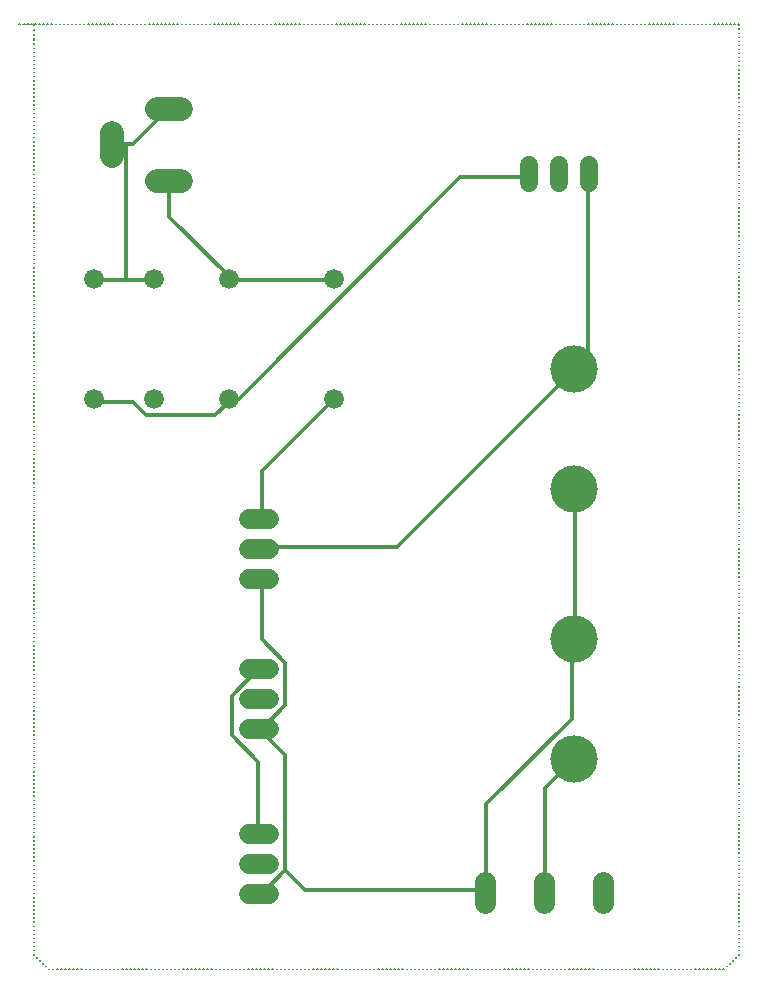
<source format=gbr>
G04 EAGLE Gerber RS-274X export*
G75*
%MOMM*%
%FSLAX34Y34*%
%LPD*%
%INTop Copper*%
%IPPOS*%
%AMOC8*
5,1,8,0,0,1.08239X$1,22.5*%
G01*
%ADD10C,1.676400*%
%ADD11C,1.676400*%
%ADD12C,2.000000*%
%ADD13C,4.000000*%
%ADD14C,1.800000*%
%ADD15C,1.524000*%
%ADD16C,0.304800*%
%ADD17C,0.152400*%


D10*
X165100Y482600D03*
X165100Y584200D03*
X254000Y584200D03*
X254000Y482600D03*
X101600Y584200D03*
X101600Y482600D03*
X50800Y482600D03*
X50800Y584200D03*
D11*
X182118Y63500D02*
X198882Y63500D01*
X198882Y88900D02*
X182118Y88900D01*
X182118Y114300D02*
X198882Y114300D01*
X198882Y203200D02*
X182118Y203200D01*
X182118Y228600D02*
X198882Y228600D01*
X198882Y254000D02*
X182118Y254000D01*
X182118Y330200D02*
X198882Y330200D01*
X198882Y355600D02*
X182118Y355600D01*
X182118Y381000D02*
X198882Y381000D01*
D12*
X124300Y667500D02*
X104300Y667500D01*
X104300Y728500D02*
X124300Y728500D01*
X66300Y708500D02*
X66300Y688500D01*
D13*
X457200Y406400D03*
X457200Y508000D03*
X457200Y177800D03*
X457200Y279400D03*
D14*
X381800Y74000D02*
X381800Y56000D01*
X431800Y56000D02*
X431800Y74000D01*
X481800Y74000D02*
X481800Y56000D01*
D15*
X469900Y665480D02*
X469900Y680720D01*
X444500Y680720D02*
X444500Y665480D01*
X419100Y665480D02*
X419100Y680720D01*
D16*
X100584Y583946D02*
X78232Y583946D01*
X53086Y583946D01*
X50800Y584200D01*
X100584Y583946D02*
X101600Y584200D01*
X83820Y698500D02*
X78232Y698500D01*
X66300Y698500D01*
X83820Y698500D02*
X111760Y726440D01*
X114300Y728500D01*
X78232Y698500D02*
X78232Y583946D01*
X167640Y583946D02*
X251460Y583946D01*
X167640Y583946D02*
X165100Y584200D01*
X251460Y583946D02*
X254000Y584200D01*
X114554Y637032D02*
X114554Y664972D01*
X114554Y637032D02*
X164846Y586740D01*
X114554Y664972D02*
X114300Y667500D01*
X164846Y586740D02*
X165100Y584200D01*
X360426Y670560D02*
X419100Y670560D01*
X360426Y670560D02*
X173228Y483362D01*
X167640Y483362D01*
X419100Y670560D02*
X419100Y673100D01*
X167640Y483362D02*
X165100Y482600D01*
X83820Y480568D02*
X53086Y480568D01*
X83820Y480568D02*
X94996Y469392D01*
X153670Y469392D01*
X164846Y480568D01*
X53086Y480568D02*
X50800Y482600D01*
X164846Y480568D02*
X165100Y482600D01*
X189992Y176022D02*
X189992Y114554D01*
X189992Y176022D02*
X167640Y198374D01*
X167640Y231902D01*
X189992Y254254D01*
X189992Y114554D02*
X190500Y114300D01*
X190500Y254000D02*
X189992Y254254D01*
X192786Y382778D02*
X192786Y421894D01*
X251460Y480568D01*
X192786Y382778D02*
X190500Y381000D01*
X251460Y480568D02*
X254000Y482600D01*
X458216Y405130D02*
X458216Y279400D01*
X457200Y279400D01*
X458216Y405130D02*
X457200Y406400D01*
X212344Y83820D02*
X192786Y64262D01*
X212344Y83820D02*
X212344Y181610D01*
X192786Y201168D01*
X192786Y64262D02*
X190500Y63500D01*
X192786Y201168D02*
X190500Y203200D01*
X192786Y279400D02*
X192786Y329692D01*
X192786Y279400D02*
X212344Y259842D01*
X212344Y223520D01*
X192786Y203962D01*
X192786Y329692D02*
X190500Y330200D01*
X192786Y203962D02*
X190500Y203200D01*
X229108Y67056D02*
X379984Y67056D01*
X229108Y67056D02*
X212344Y83820D01*
X379984Y67056D02*
X381800Y65000D01*
X455422Y212344D02*
X455422Y279400D01*
X455422Y212344D02*
X382778Y139700D01*
X382778Y67056D01*
X455422Y279400D02*
X457200Y279400D01*
X382778Y67056D02*
X381800Y65000D01*
X433070Y67056D02*
X433070Y153670D01*
X457200Y177800D01*
X433070Y67056D02*
X431800Y65000D01*
X469392Y519684D02*
X469392Y670560D01*
X469392Y519684D02*
X458216Y508508D01*
X469392Y670560D02*
X469900Y673100D01*
X458216Y508508D02*
X457200Y508000D01*
X307340Y357632D02*
X192786Y357632D01*
X307340Y357632D02*
X455422Y505714D01*
X192786Y357632D02*
X190500Y355600D01*
X455422Y505714D02*
X457200Y508000D01*
D17*
X0Y787007D02*
X0Y787400D01*
X0Y783959D02*
X0Y783565D01*
X0Y780517D02*
X0Y780124D01*
X0Y777076D02*
X0Y776683D01*
X0Y773635D02*
X0Y773241D01*
X0Y770193D02*
X0Y769800D01*
X0Y766752D02*
X0Y766358D01*
X0Y763310D02*
X0Y762917D01*
X0Y759869D02*
X0Y759476D01*
X0Y756428D02*
X0Y756034D01*
X0Y752986D02*
X0Y752593D01*
X0Y749545D02*
X0Y749152D01*
X0Y746104D02*
X0Y745710D01*
X0Y742662D02*
X0Y742269D01*
X0Y739221D02*
X0Y738828D01*
X0Y735780D02*
X0Y735386D01*
X0Y732338D02*
X0Y731945D01*
X0Y728897D02*
X0Y728503D01*
X0Y725455D02*
X0Y725062D01*
X0Y722014D02*
X0Y721621D01*
X0Y718573D02*
X0Y718179D01*
X0Y715131D02*
X0Y714738D01*
X0Y711690D02*
X0Y711297D01*
X0Y708249D02*
X0Y707855D01*
X0Y704807D02*
X0Y704414D01*
X0Y701366D02*
X0Y700973D01*
X0Y697925D02*
X0Y697531D01*
X0Y694483D02*
X0Y694090D01*
X0Y691042D02*
X0Y690648D01*
X0Y687600D02*
X0Y687207D01*
X0Y684159D02*
X0Y683766D01*
X0Y680718D02*
X0Y680324D01*
X0Y677276D02*
X0Y676883D01*
X0Y673835D02*
X0Y673442D01*
X0Y670394D02*
X0Y670000D01*
X0Y666952D02*
X0Y666559D01*
X0Y663511D02*
X0Y663118D01*
X0Y660070D02*
X0Y659676D01*
X0Y656628D02*
X0Y656235D01*
X0Y653187D02*
X0Y652794D01*
X0Y649746D02*
X0Y649352D01*
X0Y646304D02*
X0Y645911D01*
X0Y642863D02*
X0Y642469D01*
X0Y639421D02*
X0Y639028D01*
X0Y635980D02*
X0Y635587D01*
X0Y632539D02*
X0Y632145D01*
X0Y629097D02*
X0Y628704D01*
X0Y625656D02*
X0Y625263D01*
X0Y622215D02*
X0Y621821D01*
X0Y618773D02*
X0Y618380D01*
X0Y615332D02*
X0Y614939D01*
X0Y611891D02*
X0Y611497D01*
X0Y608449D02*
X0Y608056D01*
X0Y605008D02*
X0Y604614D01*
X0Y601566D02*
X0Y601173D01*
X0Y598125D02*
X0Y597732D01*
X0Y594684D02*
X0Y594290D01*
X0Y591242D02*
X0Y590849D01*
X0Y587801D02*
X0Y587408D01*
X0Y584360D02*
X0Y583966D01*
X0Y580918D02*
X0Y580525D01*
X0Y577477D02*
X0Y577084D01*
X0Y574036D02*
X0Y573642D01*
X0Y570594D02*
X0Y570201D01*
X0Y567153D02*
X0Y566759D01*
X0Y563711D02*
X0Y563318D01*
X0Y560270D02*
X0Y559877D01*
X0Y556829D02*
X0Y556435D01*
X0Y553387D02*
X0Y552994D01*
X0Y549946D02*
X0Y549553D01*
X0Y546505D02*
X0Y546111D01*
X0Y543063D02*
X0Y542670D01*
X0Y539622D02*
X0Y539229D01*
X0Y536181D02*
X0Y535787D01*
X0Y532739D02*
X0Y532346D01*
X0Y529298D02*
X0Y528904D01*
X0Y525856D02*
X0Y525463D01*
X0Y522415D02*
X0Y522022D01*
X0Y518974D02*
X0Y518580D01*
X0Y515532D02*
X0Y515139D01*
X0Y512091D02*
X0Y511698D01*
X0Y508650D02*
X0Y508256D01*
X0Y505208D02*
X0Y504815D01*
X0Y501767D02*
X0Y501374D01*
X0Y498326D02*
X0Y497932D01*
X0Y494884D02*
X0Y494491D01*
X0Y491443D02*
X0Y491049D01*
X0Y488001D02*
X0Y487608D01*
X0Y484560D02*
X0Y484167D01*
X0Y481119D02*
X0Y480725D01*
X0Y477677D02*
X0Y477284D01*
X0Y474236D02*
X0Y473843D01*
X0Y470795D02*
X0Y470401D01*
X0Y467353D02*
X0Y466960D01*
X0Y463912D02*
X0Y463519D01*
X0Y460471D02*
X0Y460077D01*
X0Y457029D02*
X0Y456636D01*
X0Y453588D02*
X0Y453194D01*
X0Y450146D02*
X0Y449753D01*
X0Y446705D02*
X0Y446312D01*
X0Y443264D02*
X0Y442870D01*
X0Y439822D02*
X0Y439429D01*
X0Y436381D02*
X0Y435988D01*
X0Y432940D02*
X0Y432546D01*
X0Y429498D02*
X0Y429105D01*
X0Y426057D02*
X0Y425664D01*
X0Y422616D02*
X0Y422222D01*
X0Y419174D02*
X0Y418781D01*
X0Y415733D02*
X0Y415339D01*
X0Y412291D02*
X0Y411898D01*
X0Y408850D02*
X0Y408457D01*
X0Y405409D02*
X0Y405015D01*
X0Y401967D02*
X0Y401574D01*
X0Y398526D02*
X0Y398133D01*
X0Y395085D02*
X0Y394691D01*
X0Y391643D02*
X0Y391250D01*
X0Y388202D02*
X0Y387809D01*
X0Y384761D02*
X0Y384367D01*
X0Y381319D02*
X0Y380926D01*
X0Y377878D02*
X0Y377484D01*
X0Y374436D02*
X0Y374043D01*
X0Y370995D02*
X0Y370602D01*
X0Y367554D02*
X0Y367160D01*
X0Y364112D02*
X0Y363719D01*
X0Y360671D02*
X0Y360278D01*
X0Y357230D02*
X0Y356836D01*
X0Y353788D02*
X0Y353395D01*
X0Y350347D02*
X0Y349954D01*
X0Y346906D02*
X0Y346512D01*
X0Y343464D02*
X0Y343071D01*
X0Y340023D02*
X0Y339629D01*
X0Y336581D02*
X0Y336188D01*
X0Y333140D02*
X0Y332747D01*
X0Y329699D02*
X0Y329305D01*
X0Y326257D02*
X0Y325864D01*
X0Y322816D02*
X0Y322423D01*
X0Y319375D02*
X0Y318981D01*
X0Y315933D02*
X0Y315540D01*
X0Y312492D02*
X0Y312099D01*
X0Y309051D02*
X0Y308657D01*
X0Y305609D02*
X0Y305216D01*
X0Y302168D02*
X0Y301774D01*
X0Y298726D02*
X0Y298333D01*
X0Y295285D02*
X0Y294892D01*
X0Y291844D02*
X0Y291450D01*
X0Y288402D02*
X0Y288009D01*
X0Y284961D02*
X0Y284568D01*
X0Y281520D02*
X0Y281126D01*
X0Y278078D02*
X0Y277685D01*
X0Y274637D02*
X0Y274244D01*
X0Y271196D02*
X0Y270802D01*
X0Y267754D02*
X0Y267361D01*
X0Y264313D02*
X0Y263920D01*
X0Y260872D02*
X0Y260478D01*
X0Y257430D02*
X0Y257037D01*
X0Y253989D02*
X0Y253595D01*
X0Y250547D02*
X0Y250154D01*
X0Y247106D02*
X0Y246713D01*
X0Y243665D02*
X0Y243271D01*
X0Y240223D02*
X0Y239830D01*
X0Y236782D02*
X0Y236389D01*
X0Y233341D02*
X0Y232947D01*
X0Y229899D02*
X0Y229506D01*
X0Y226458D02*
X0Y226065D01*
X0Y223017D02*
X0Y222623D01*
X0Y219575D02*
X0Y219182D01*
X0Y216134D02*
X0Y215740D01*
X0Y212692D02*
X0Y212299D01*
X0Y209251D02*
X0Y208858D01*
X0Y205810D02*
X0Y205416D01*
X0Y202368D02*
X0Y201975D01*
X0Y198927D02*
X0Y198534D01*
X0Y195486D02*
X0Y195092D01*
X0Y192044D02*
X0Y191651D01*
X0Y188603D02*
X0Y188210D01*
X0Y185162D02*
X0Y184768D01*
X0Y181720D02*
X0Y181327D01*
X0Y178279D02*
X0Y177885D01*
X0Y174837D02*
X0Y174444D01*
X0Y171396D02*
X0Y171003D01*
X0Y167955D02*
X0Y167561D01*
X0Y164513D02*
X0Y164120D01*
X0Y161072D02*
X0Y160679D01*
X0Y157631D02*
X0Y157237D01*
X0Y154189D02*
X0Y153796D01*
X0Y150748D02*
X0Y150355D01*
X0Y147307D02*
X0Y146913D01*
X0Y143865D02*
X0Y143472D01*
X0Y140424D02*
X0Y140030D01*
X0Y136982D02*
X0Y136589D01*
X0Y133541D02*
X0Y133148D01*
X0Y130100D02*
X0Y129706D01*
X0Y126658D02*
X0Y126265D01*
X0Y123217D02*
X0Y122824D01*
X0Y119776D02*
X0Y119382D01*
X0Y116334D02*
X0Y115941D01*
X0Y112893D02*
X0Y112500D01*
X0Y109452D02*
X0Y109058D01*
X0Y106010D02*
X0Y105617D01*
X0Y102569D02*
X0Y102175D01*
X0Y99127D02*
X0Y98734D01*
X0Y95686D02*
X0Y95293D01*
X0Y92245D02*
X0Y91851D01*
X0Y88803D02*
X0Y88410D01*
X0Y85362D02*
X0Y84969D01*
X0Y81921D02*
X0Y81527D01*
X0Y78479D02*
X0Y78086D01*
X0Y75038D02*
X0Y74645D01*
X0Y71597D02*
X0Y71203D01*
X0Y68155D02*
X0Y67762D01*
X0Y64714D02*
X0Y64320D01*
X0Y61272D02*
X0Y60879D01*
X0Y57831D02*
X0Y57438D01*
X0Y54390D02*
X0Y53996D01*
X0Y50948D02*
X0Y50555D01*
X0Y47507D02*
X0Y47114D01*
X0Y44066D02*
X0Y43672D01*
X0Y40624D02*
X0Y40231D01*
X0Y37183D02*
X0Y36790D01*
X0Y33742D02*
X0Y33348D01*
X0Y30300D02*
X0Y29907D01*
X0Y26859D02*
X0Y26465D01*
X0Y23417D02*
X0Y23024D01*
X0Y19976D02*
X0Y19583D01*
X0Y16535D02*
X0Y16141D01*
X0Y13093D02*
X0Y12700D01*
X321Y12379D01*
X2476Y10224D02*
X2797Y9904D01*
X4952Y7748D02*
X5272Y7428D01*
X7428Y5272D02*
X7748Y4952D01*
X9904Y2797D02*
X10224Y2476D01*
X12379Y321D02*
X12700Y0D01*
X13092Y0D01*
X16140Y0D02*
X16533Y0D01*
X19581Y0D02*
X19973Y0D01*
X23021Y0D02*
X23414Y0D01*
X26462Y0D02*
X26854Y0D01*
X29902Y0D02*
X30294Y0D01*
X33342Y0D02*
X33735Y0D01*
X36783Y0D02*
X37175Y0D01*
X40223Y0D02*
X40616Y0D01*
X43664Y0D02*
X44056Y0D01*
X47104Y0D02*
X47496Y0D01*
X50544Y0D02*
X50937Y0D01*
X53985Y0D02*
X54377Y0D01*
X57425Y0D02*
X57818Y0D01*
X60866Y0D02*
X61258Y0D01*
X64306Y0D02*
X64699Y0D01*
X67747Y0D02*
X68139Y0D01*
X71187Y0D02*
X71579Y0D01*
X74627Y0D02*
X75020Y0D01*
X78068Y0D02*
X78460Y0D01*
X81508Y0D02*
X81901Y0D01*
X84949Y0D02*
X85341Y0D01*
X88389Y0D02*
X88781Y0D01*
X91829Y0D02*
X92222Y0D01*
X95270Y0D02*
X95662Y0D01*
X98710Y0D02*
X99103Y0D01*
X102151Y0D02*
X102543Y0D01*
X105591Y0D02*
X105983Y0D01*
X109031Y0D02*
X109424Y0D01*
X112472Y0D02*
X112864Y0D01*
X115912Y0D02*
X116305Y0D01*
X119353Y0D02*
X119745Y0D01*
X122793Y0D02*
X123185Y0D01*
X126233Y0D02*
X126626Y0D01*
X129674Y0D02*
X130066Y0D01*
X133114Y0D02*
X133507Y0D01*
X136555Y0D02*
X136947Y0D01*
X139995Y0D02*
X140387Y0D01*
X143435Y0D02*
X143828Y0D01*
X146876Y0D02*
X147268Y0D01*
X150316Y0D02*
X150709Y0D01*
X153757Y0D02*
X154149Y0D01*
X157197Y0D02*
X157590Y0D01*
X160638Y0D02*
X161030Y0D01*
X164078Y0D02*
X164470Y0D01*
X167518Y0D02*
X167911Y0D01*
X170959Y0D02*
X171351Y0D01*
X174399Y0D02*
X174792Y0D01*
X177840Y0D02*
X178232Y0D01*
X181280Y0D02*
X181672Y0D01*
X184720Y0D02*
X185113Y0D01*
X188161Y0D02*
X188553Y0D01*
X191601Y0D02*
X191994Y0D01*
X195042Y0D02*
X195434Y0D01*
X198482Y0D02*
X198874Y0D01*
X201922Y0D02*
X202315Y0D01*
X205363Y0D02*
X205755Y0D01*
X208803Y0D02*
X209196Y0D01*
X212244Y0D02*
X212636Y0D01*
X215684Y0D02*
X216076Y0D01*
X219124Y0D02*
X219517Y0D01*
X222565Y0D02*
X222957Y0D01*
X226005Y0D02*
X226398Y0D01*
X229446Y0D02*
X229838Y0D01*
X232886Y0D02*
X233278Y0D01*
X236326Y0D02*
X236719Y0D01*
X239767Y0D02*
X240159Y0D01*
X243207Y0D02*
X243600Y0D01*
X246648Y0D02*
X247040Y0D01*
X250088Y0D02*
X250481Y0D01*
X253529Y0D02*
X253921Y0D01*
X256969Y0D02*
X257361Y0D01*
X260409Y0D02*
X260802Y0D01*
X263850Y0D02*
X264242Y0D01*
X267290Y0D02*
X267683Y0D01*
X270731Y0D02*
X271123Y0D01*
X274171Y0D02*
X274563Y0D01*
X277611Y0D02*
X278004Y0D01*
X281052Y0D02*
X281444Y0D01*
X284492Y0D02*
X284885Y0D01*
X287933Y0D02*
X288325Y0D01*
X291373Y0D02*
X291765Y0D01*
X294813Y0D02*
X295206Y0D01*
X298254Y0D02*
X298646Y0D01*
X301694Y0D02*
X302087Y0D01*
X305135Y0D02*
X305527Y0D01*
X308575Y0D02*
X308967Y0D01*
X312015Y0D02*
X312408Y0D01*
X315456Y0D02*
X315848Y0D01*
X318896Y0D02*
X319289Y0D01*
X322337Y0D02*
X322729Y0D01*
X325777Y0D02*
X326169Y0D01*
X329217Y0D02*
X329610Y0D01*
X332658Y0D02*
X333050Y0D01*
X336098Y0D02*
X336491Y0D01*
X339539Y0D02*
X339931Y0D01*
X342979Y0D02*
X343372Y0D01*
X346420Y0D02*
X346812Y0D01*
X349860Y0D02*
X350252Y0D01*
X353300Y0D02*
X353693Y0D01*
X356741Y0D02*
X357133Y0D01*
X360181Y0D02*
X360574Y0D01*
X363622Y0D02*
X364014Y0D01*
X367062Y0D02*
X367454Y0D01*
X370502Y0D02*
X370895Y0D01*
X373943Y0D02*
X374335Y0D01*
X377383Y0D02*
X377776Y0D01*
X380824Y0D02*
X381216Y0D01*
X384264Y0D02*
X384656Y0D01*
X387704Y0D02*
X388097Y0D01*
X391145Y0D02*
X391537Y0D01*
X394585Y0D02*
X394978Y0D01*
X398026Y0D02*
X398418Y0D01*
X401466Y0D02*
X401858Y0D01*
X404906Y0D02*
X405299Y0D01*
X408347Y0D02*
X408739Y0D01*
X411787Y0D02*
X412180Y0D01*
X415228Y0D02*
X415620Y0D01*
X418668Y0D02*
X419060Y0D01*
X422108Y0D02*
X422501Y0D01*
X425549Y0D02*
X425941Y0D01*
X428989Y0D02*
X429382Y0D01*
X432430Y0D02*
X432822Y0D01*
X435870Y0D02*
X436263Y0D01*
X439311Y0D02*
X439703Y0D01*
X442751Y0D02*
X443143Y0D01*
X446191Y0D02*
X446584Y0D01*
X449632Y0D02*
X450024Y0D01*
X453072Y0D02*
X453465Y0D01*
X456513Y0D02*
X456905Y0D01*
X459953Y0D02*
X460345Y0D01*
X463393Y0D02*
X463786Y0D01*
X466834Y0D02*
X467226Y0D01*
X470274Y0D02*
X470667Y0D01*
X473715Y0D02*
X474107Y0D01*
X477155Y0D02*
X477547Y0D01*
X480595Y0D02*
X480988Y0D01*
X484036Y0D02*
X484428Y0D01*
X487476Y0D02*
X487869Y0D01*
X490917Y0D02*
X491309Y0D01*
X494357Y0D02*
X494749Y0D01*
X497797Y0D02*
X498190Y0D01*
X501238Y0D02*
X501630Y0D01*
X504678Y0D02*
X505071Y0D01*
X508119Y0D02*
X508511Y0D01*
X511559Y0D02*
X511951Y0D01*
X514999Y0D02*
X515392Y0D01*
X518440Y0D02*
X518832Y0D01*
X521880Y0D02*
X522273Y0D01*
X525321Y0D02*
X525713Y0D01*
X528761Y0D02*
X529154Y0D01*
X532202Y0D02*
X532594Y0D01*
X535642Y0D02*
X536034Y0D01*
X539082Y0D02*
X539475Y0D01*
X542523Y0D02*
X542915Y0D01*
X545963Y0D02*
X546356Y0D01*
X549404Y0D02*
X549796Y0D01*
X552844Y0D02*
X553236Y0D01*
X556284Y0D02*
X556677Y0D01*
X559725Y0D02*
X560117Y0D01*
X563165Y0D02*
X563558Y0D01*
X566606Y0D02*
X566998Y0D01*
X570046Y0D02*
X570438Y0D01*
X573486Y0D02*
X573879Y0D01*
X576927Y0D02*
X577319Y0D01*
X580367Y0D02*
X580760Y0D01*
X583808Y0D02*
X584200Y0D01*
X584521Y321D01*
X586676Y2476D02*
X586997Y2797D01*
X589152Y4952D02*
X589472Y5272D01*
X591628Y7428D02*
X591948Y7748D01*
X594104Y9904D02*
X594424Y10224D01*
X596579Y12379D02*
X596900Y12700D01*
X596900Y13089D01*
X596900Y16137D02*
X596900Y16525D01*
X596900Y19573D02*
X596900Y19962D01*
X596900Y23010D02*
X596900Y23399D01*
X596900Y26447D02*
X596900Y26836D01*
X596900Y29884D02*
X596900Y30272D01*
X596900Y33320D02*
X596900Y33709D01*
X596900Y36757D02*
X596900Y37146D01*
X596900Y40194D02*
X596900Y40583D01*
X596900Y43631D02*
X596900Y44019D01*
X596900Y47067D02*
X596900Y47456D01*
X596900Y50504D02*
X596900Y50893D01*
X596900Y53941D02*
X596900Y54330D01*
X596900Y57378D02*
X596900Y57766D01*
X596900Y60814D02*
X596900Y61203D01*
X596900Y64251D02*
X596900Y64640D01*
X596900Y67688D02*
X596900Y68076D01*
X596900Y71124D02*
X596900Y71513D01*
X596900Y74561D02*
X596900Y74950D01*
X596900Y77998D02*
X596900Y78387D01*
X596900Y81435D02*
X596900Y81823D01*
X596900Y84871D02*
X596900Y85260D01*
X596900Y88308D02*
X596900Y88697D01*
X596900Y91745D02*
X596900Y92134D01*
X596900Y95182D02*
X596900Y95570D01*
X596900Y98618D02*
X596900Y99007D01*
X596900Y102055D02*
X596900Y102444D01*
X596900Y105492D02*
X596900Y105880D01*
X596900Y108928D02*
X596900Y109317D01*
X596900Y112365D02*
X596900Y112754D01*
X596900Y115802D02*
X596900Y116191D01*
X596900Y119239D02*
X596900Y119627D01*
X596900Y122675D02*
X596900Y123064D01*
X596900Y126112D02*
X596900Y126501D01*
X596900Y129549D02*
X596900Y129938D01*
X596900Y132986D02*
X596900Y133374D01*
X596900Y136422D02*
X596900Y136811D01*
X596900Y139859D02*
X596900Y140248D01*
X596900Y143296D02*
X596900Y143685D01*
X596900Y146733D02*
X596900Y147121D01*
X596900Y150169D02*
X596900Y150558D01*
X596900Y153606D02*
X596900Y153995D01*
X596900Y157043D02*
X596900Y157431D01*
X596900Y160479D02*
X596900Y160868D01*
X596900Y163916D02*
X596900Y164305D01*
X596900Y167353D02*
X596900Y167742D01*
X596900Y170790D02*
X596900Y171178D01*
X596900Y174226D02*
X596900Y174615D01*
X596900Y177663D02*
X596900Y178052D01*
X596900Y181100D02*
X596900Y181489D01*
X596900Y184537D02*
X596900Y184925D01*
X596900Y187973D02*
X596900Y188362D01*
X596900Y191410D02*
X596900Y191799D01*
X596900Y194847D02*
X596900Y195235D01*
X596900Y198283D02*
X596900Y198672D01*
X596900Y201720D02*
X596900Y202109D01*
X596900Y205157D02*
X596900Y205546D01*
X596900Y208594D02*
X596900Y208982D01*
X596900Y212030D02*
X596900Y212419D01*
X596900Y215467D02*
X596900Y215856D01*
X596900Y218904D02*
X596900Y219293D01*
X596900Y222341D02*
X596900Y222729D01*
X596900Y225777D02*
X596900Y226166D01*
X596900Y229214D02*
X596900Y229603D01*
X596900Y232651D02*
X596900Y233039D01*
X596900Y236087D02*
X596900Y236476D01*
X596900Y239524D02*
X596900Y239913D01*
X596900Y242961D02*
X596900Y243350D01*
X596900Y246398D02*
X596900Y246786D01*
X596900Y249834D02*
X596900Y250223D01*
X596900Y253271D02*
X596900Y253660D01*
X596900Y256708D02*
X596900Y257097D01*
X596900Y260145D02*
X596900Y260533D01*
X596900Y263581D02*
X596900Y263970D01*
X596900Y267018D02*
X596900Y267407D01*
X596900Y270455D02*
X596900Y270844D01*
X596900Y273892D02*
X596900Y274280D01*
X596900Y277328D02*
X596900Y277717D01*
X596900Y280765D02*
X596900Y281154D01*
X596900Y284202D02*
X596900Y284590D01*
X596900Y287638D02*
X596900Y288027D01*
X596900Y291075D02*
X596900Y291464D01*
X596900Y294512D02*
X596900Y294901D01*
X596900Y297949D02*
X596900Y298337D01*
X596900Y301385D02*
X596900Y301774D01*
X596900Y304822D02*
X596900Y305211D01*
X596900Y308259D02*
X596900Y308648D01*
X596900Y311696D02*
X596900Y312084D01*
X596900Y315132D02*
X596900Y315521D01*
X596900Y318569D02*
X596900Y318958D01*
X596900Y322006D02*
X596900Y322394D01*
X596900Y325442D02*
X596900Y325831D01*
X596900Y328879D02*
X596900Y329268D01*
X596900Y332316D02*
X596900Y332705D01*
X596900Y335753D02*
X596900Y336141D01*
X596900Y339189D02*
X596900Y339578D01*
X596900Y342626D02*
X596900Y343015D01*
X596900Y346063D02*
X596900Y346452D01*
X596900Y349500D02*
X596900Y349888D01*
X596900Y352936D02*
X596900Y353325D01*
X596900Y356373D02*
X596900Y356762D01*
X596900Y359810D02*
X596900Y360199D01*
X596900Y363247D02*
X596900Y363635D01*
X596900Y366683D02*
X596900Y367072D01*
X596900Y370120D02*
X596900Y370509D01*
X596900Y373557D02*
X596900Y373945D01*
X596900Y376993D02*
X596900Y377382D01*
X596900Y380430D02*
X596900Y380819D01*
X596900Y383867D02*
X596900Y384256D01*
X596900Y387304D02*
X596900Y387692D01*
X596900Y390740D02*
X596900Y391129D01*
X596900Y394177D02*
X596900Y394566D01*
X596900Y397614D02*
X596900Y398003D01*
X596900Y401051D02*
X596900Y401439D01*
X596900Y404487D02*
X596900Y404876D01*
X596900Y407924D02*
X596900Y408313D01*
X596900Y411361D02*
X596900Y411749D01*
X596900Y414797D02*
X596900Y415186D01*
X596900Y418234D02*
X596900Y418623D01*
X596900Y421671D02*
X596900Y422060D01*
X596900Y425108D02*
X596900Y425496D01*
X596900Y428544D02*
X596900Y428933D01*
X596900Y431981D02*
X596900Y432370D01*
X596900Y435418D02*
X596900Y435807D01*
X596900Y438855D02*
X596900Y439243D01*
X596900Y442291D02*
X596900Y442680D01*
X596900Y445728D02*
X596900Y446117D01*
X596900Y449165D02*
X596900Y449554D01*
X596900Y452602D02*
X596900Y452990D01*
X596900Y456038D02*
X596900Y456427D01*
X596900Y459475D02*
X596900Y459864D01*
X596900Y462912D02*
X596900Y463300D01*
X596900Y466348D02*
X596900Y466737D01*
X596900Y469785D02*
X596900Y470174D01*
X596900Y473222D02*
X596900Y473611D01*
X596900Y476659D02*
X596900Y477047D01*
X596900Y480095D02*
X596900Y480484D01*
X596900Y483532D02*
X596900Y483921D01*
X596900Y486969D02*
X596900Y487358D01*
X596900Y490406D02*
X596900Y490794D01*
X596900Y493842D02*
X596900Y494231D01*
X596900Y497279D02*
X596900Y497668D01*
X596900Y500716D02*
X596900Y501104D01*
X596900Y504152D02*
X596900Y504541D01*
X596900Y507589D02*
X596900Y507978D01*
X596900Y511026D02*
X596900Y511415D01*
X596900Y514463D02*
X596900Y514851D01*
X596900Y517899D02*
X596900Y518288D01*
X596900Y521336D02*
X596900Y521725D01*
X596900Y524773D02*
X596900Y525162D01*
X596900Y528210D02*
X596900Y528598D01*
X596900Y531646D02*
X596900Y532035D01*
X596900Y535083D02*
X596900Y535472D01*
X596900Y538520D02*
X596900Y538909D01*
X596900Y541957D02*
X596900Y542345D01*
X596900Y545393D02*
X596900Y545782D01*
X596900Y548830D02*
X596900Y549219D01*
X596900Y552267D02*
X596900Y552655D01*
X596900Y555703D02*
X596900Y556092D01*
X596900Y559140D02*
X596900Y559529D01*
X596900Y562577D02*
X596900Y562966D01*
X596900Y566014D02*
X596900Y566402D01*
X596900Y569450D02*
X596900Y569839D01*
X596900Y572887D02*
X596900Y573276D01*
X596900Y576324D02*
X596900Y576713D01*
X596900Y579761D02*
X596900Y580149D01*
X596900Y583197D02*
X596900Y583586D01*
X596900Y586634D02*
X596900Y587023D01*
X596900Y590071D02*
X596900Y590459D01*
X596900Y593507D02*
X596900Y593896D01*
X596900Y596944D02*
X596900Y597333D01*
X596900Y600381D02*
X596900Y600770D01*
X596900Y603818D02*
X596900Y604206D01*
X596900Y607254D02*
X596900Y607643D01*
X596900Y610691D02*
X596900Y611080D01*
X596900Y614128D02*
X596900Y614517D01*
X596900Y617565D02*
X596900Y617953D01*
X596900Y621001D02*
X596900Y621390D01*
X596900Y624438D02*
X596900Y624827D01*
X596900Y627875D02*
X596900Y628263D01*
X596900Y631311D02*
X596900Y631700D01*
X596900Y634748D02*
X596900Y635137D01*
X596900Y638185D02*
X596900Y638574D01*
X596900Y641622D02*
X596900Y642010D01*
X596900Y645058D02*
X596900Y645447D01*
X596900Y648495D02*
X596900Y648884D01*
X596900Y651932D02*
X596900Y652321D01*
X596900Y655369D02*
X596900Y655757D01*
X596900Y658805D02*
X596900Y659194D01*
X596900Y662242D02*
X596900Y662631D01*
X596900Y665679D02*
X596900Y666068D01*
X596900Y669116D02*
X596900Y669504D01*
X596900Y672552D02*
X596900Y672941D01*
X596900Y675989D02*
X596900Y676378D01*
X596900Y679426D02*
X596900Y679814D01*
X596900Y682862D02*
X596900Y683251D01*
X596900Y686299D02*
X596900Y686688D01*
X596900Y689736D02*
X596900Y690125D01*
X596900Y693173D02*
X596900Y693561D01*
X596900Y696609D02*
X596900Y696998D01*
X596900Y700046D02*
X596900Y700435D01*
X596900Y703483D02*
X596900Y703872D01*
X596900Y706920D02*
X596900Y707308D01*
X596900Y710356D02*
X596900Y710745D01*
X596900Y713793D02*
X596900Y714182D01*
X596900Y717230D02*
X596900Y717618D01*
X596900Y720666D02*
X596900Y721055D01*
X596900Y724103D02*
X596900Y724492D01*
X596900Y727540D02*
X596900Y727929D01*
X596900Y730977D02*
X596900Y731365D01*
X596900Y734413D02*
X596900Y734802D01*
X596900Y737850D02*
X596900Y738239D01*
X596900Y741287D02*
X596900Y741676D01*
X596900Y744724D02*
X596900Y745112D01*
X596900Y748160D02*
X596900Y748549D01*
X596900Y751597D02*
X596900Y751986D01*
X596900Y755034D02*
X596900Y755423D01*
X596900Y758471D02*
X596900Y758859D01*
X596900Y761907D02*
X596900Y762296D01*
X596900Y765344D02*
X596900Y765733D01*
X596900Y768781D02*
X596900Y769169D01*
X596900Y772217D02*
X596900Y772606D01*
X596900Y775654D02*
X596900Y776043D01*
X596900Y779091D02*
X596900Y779480D01*
X596900Y782528D02*
X596900Y782916D01*
X596900Y785964D02*
X596900Y786353D01*
X596900Y789401D02*
X596900Y789790D01*
X596900Y792838D02*
X596900Y793227D01*
X596900Y796275D02*
X596900Y796663D01*
X596900Y799711D02*
X596900Y800100D01*
X596506Y800100D01*
X593458Y800100D02*
X593064Y800100D01*
X590016Y800100D02*
X589622Y800100D01*
X586574Y800100D02*
X586181Y800100D01*
X583133Y800100D02*
X582739Y800100D01*
X579691Y800100D02*
X579297Y800100D01*
X576249Y800100D02*
X575855Y800100D01*
X572807Y800100D02*
X572413Y800100D01*
X569365Y800100D02*
X568971Y800100D01*
X565923Y800100D02*
X565530Y800100D01*
X562482Y800100D02*
X562088Y800100D01*
X559040Y800100D02*
X558646Y800100D01*
X555598Y800100D02*
X555204Y800100D01*
X552156Y800100D02*
X551762Y800100D01*
X548714Y800100D02*
X548320Y800100D01*
X545272Y800100D02*
X544879Y800100D01*
X541831Y800100D02*
X541437Y800100D01*
X538389Y800100D02*
X537995Y800100D01*
X534947Y800100D02*
X534553Y800100D01*
X531505Y800100D02*
X531111Y800100D01*
X528063Y800100D02*
X527669Y800100D01*
X524621Y800100D02*
X524227Y800100D01*
X521179Y800100D02*
X520786Y800100D01*
X517738Y800100D02*
X517344Y800100D01*
X514296Y800100D02*
X513902Y800100D01*
X510854Y800100D02*
X510460Y800100D01*
X507412Y800100D02*
X507018Y800100D01*
X503970Y800100D02*
X503576Y800100D01*
X500528Y800100D02*
X500135Y800100D01*
X497087Y800100D02*
X496693Y800100D01*
X493645Y800100D02*
X493251Y800100D01*
X490203Y800100D02*
X489809Y800100D01*
X486761Y800100D02*
X486367Y800100D01*
X483319Y800100D02*
X482925Y800100D01*
X479877Y800100D02*
X479484Y800100D01*
X476436Y800100D02*
X476042Y800100D01*
X472994Y800100D02*
X472600Y800100D01*
X469552Y800100D02*
X469158Y800100D01*
X466110Y800100D02*
X465716Y800100D01*
X462668Y800100D02*
X462274Y800100D01*
X459226Y800100D02*
X458832Y800100D01*
X455784Y800100D02*
X455391Y800100D01*
X452343Y800100D02*
X451949Y800100D01*
X448901Y800100D02*
X448507Y800100D01*
X445459Y800100D02*
X445065Y800100D01*
X442017Y800100D02*
X441623Y800100D01*
X438575Y800100D02*
X438181Y800100D01*
X435133Y800100D02*
X434740Y800100D01*
X431692Y800100D02*
X431298Y800100D01*
X428250Y800100D02*
X427856Y800100D01*
X424808Y800100D02*
X424414Y800100D01*
X421366Y800100D02*
X420972Y800100D01*
X417924Y800100D02*
X417530Y800100D01*
X414482Y800100D02*
X414089Y800100D01*
X411041Y800100D02*
X410647Y800100D01*
X407599Y800100D02*
X407205Y800100D01*
X404157Y800100D02*
X403763Y800100D01*
X400715Y800100D02*
X400321Y800100D01*
X397273Y800100D02*
X396879Y800100D01*
X393831Y800100D02*
X393437Y800100D01*
X390389Y800100D02*
X389996Y800100D01*
X386948Y800100D02*
X386554Y800100D01*
X383506Y800100D02*
X383112Y800100D01*
X380064Y800100D02*
X379670Y800100D01*
X376622Y800100D02*
X376228Y800100D01*
X373180Y800100D02*
X372786Y800100D01*
X369738Y800100D02*
X369345Y800100D01*
X366297Y800100D02*
X365903Y800100D01*
X362855Y800100D02*
X362461Y800100D01*
X359413Y800100D02*
X359019Y800100D01*
X355971Y800100D02*
X355577Y800100D01*
X352529Y800100D02*
X352135Y800100D01*
X349087Y800100D02*
X348693Y800100D01*
X345645Y800100D02*
X345252Y800100D01*
X342204Y800100D02*
X341810Y800100D01*
X338762Y800100D02*
X338368Y800100D01*
X335320Y800100D02*
X334926Y800100D01*
X331878Y800100D02*
X331484Y800100D01*
X328436Y800100D02*
X328042Y800100D01*
X324994Y800100D02*
X324601Y800100D01*
X321553Y800100D02*
X321159Y800100D01*
X318111Y800100D02*
X317717Y800100D01*
X314669Y800100D02*
X314275Y800100D01*
X311227Y800100D02*
X310833Y800100D01*
X307785Y800100D02*
X307391Y800100D01*
X304343Y800100D02*
X303950Y800100D01*
X300902Y800100D02*
X300508Y800100D01*
X297460Y800100D02*
X297066Y800100D01*
X294018Y800100D02*
X293624Y800100D01*
X290576Y800100D02*
X290182Y800100D01*
X287134Y800100D02*
X286740Y800100D01*
X283692Y800100D02*
X283298Y800100D01*
X280250Y800100D02*
X279857Y800100D01*
X276809Y800100D02*
X276415Y800100D01*
X273367Y800100D02*
X272973Y800100D01*
X269925Y800100D02*
X269531Y800100D01*
X266483Y800100D02*
X266089Y800100D01*
X263041Y800100D02*
X262647Y800100D01*
X259599Y800100D02*
X259206Y800100D01*
X256158Y800100D02*
X255764Y800100D01*
X252716Y800100D02*
X252322Y800100D01*
X249274Y800100D02*
X248880Y800100D01*
X245832Y800100D02*
X245438Y800100D01*
X242390Y800100D02*
X241996Y800100D01*
X238948Y800100D02*
X238555Y800100D01*
X235507Y800100D02*
X235113Y800100D01*
X232065Y800100D02*
X231671Y800100D01*
X228623Y800100D02*
X228229Y800100D01*
X225181Y800100D02*
X224787Y800100D01*
X221739Y800100D02*
X221345Y800100D01*
X218297Y800100D02*
X217903Y800100D01*
X214855Y800100D02*
X214462Y800100D01*
X211414Y800100D02*
X211020Y800100D01*
X207972Y800100D02*
X207578Y800100D01*
X204530Y800100D02*
X204136Y800100D01*
X201088Y800100D02*
X200694Y800100D01*
X197646Y800100D02*
X197252Y800100D01*
X194204Y800100D02*
X193811Y800100D01*
X190763Y800100D02*
X190369Y800100D01*
X187321Y800100D02*
X186927Y800100D01*
X183879Y800100D02*
X183485Y800100D01*
X180437Y800100D02*
X180043Y800100D01*
X176995Y800100D02*
X176601Y800100D01*
X173553Y800100D02*
X173160Y800100D01*
X170112Y800100D02*
X169718Y800100D01*
X166670Y800100D02*
X166276Y800100D01*
X163228Y800100D02*
X162834Y800100D01*
X159786Y800100D02*
X159392Y800100D01*
X156344Y800100D02*
X155950Y800100D01*
X152902Y800100D02*
X152508Y800100D01*
X149460Y800100D02*
X149067Y800100D01*
X146019Y800100D02*
X145625Y800100D01*
X142577Y800100D02*
X142183Y800100D01*
X139135Y800100D02*
X138741Y800100D01*
X135693Y800100D02*
X135299Y800100D01*
X132251Y800100D02*
X131857Y800100D01*
X128809Y800100D02*
X128416Y800100D01*
X125368Y800100D02*
X124974Y800100D01*
X121926Y800100D02*
X121532Y800100D01*
X118484Y800100D02*
X118090Y800100D01*
X115042Y800100D02*
X114648Y800100D01*
X111600Y800100D02*
X111206Y800100D01*
X108158Y800100D02*
X107765Y800100D01*
X104717Y800100D02*
X104323Y800100D01*
X101275Y800100D02*
X100881Y800100D01*
X97833Y800100D02*
X97439Y800100D01*
X94391Y800100D02*
X93997Y800100D01*
X90949Y800100D02*
X90555Y800100D01*
X87507Y800100D02*
X87113Y800100D01*
X84065Y800100D02*
X83672Y800100D01*
X80624Y800100D02*
X80230Y800100D01*
X77182Y800100D02*
X76788Y800100D01*
X73740Y800100D02*
X73346Y800100D01*
X70298Y800100D02*
X69904Y800100D01*
X66856Y800100D02*
X66462Y800100D01*
X63414Y800100D02*
X63021Y800100D01*
X59973Y800100D02*
X59579Y800100D01*
X56531Y800100D02*
X56137Y800100D01*
X53089Y800100D02*
X52695Y800100D01*
X49647Y800100D02*
X49253Y800100D01*
X46205Y800100D02*
X45811Y800100D01*
X42763Y800100D02*
X42369Y800100D01*
X39321Y800100D02*
X38928Y800100D01*
X35880Y800100D02*
X35486Y800100D01*
X32438Y800100D02*
X32044Y800100D01*
X28996Y800100D02*
X28602Y800100D01*
X25554Y800100D02*
X25160Y800100D01*
X22112Y800100D02*
X21718Y800100D01*
X18670Y800100D02*
X18277Y800100D01*
X15229Y800100D02*
X14835Y800100D01*
X11787Y800100D02*
X11393Y800100D01*
X8345Y800100D02*
X7951Y800100D01*
X4903Y800100D02*
X4509Y800100D01*
X1461Y800100D02*
X1067Y800100D01*
X-1981Y800100D02*
X-2374Y800100D01*
X-5422Y800100D02*
X-5816Y800100D01*
X-8864Y800100D02*
X-9258Y800100D01*
X-12306Y800100D02*
X-12700Y800100D01*
X-11811Y800100D01*
X-8763Y800100D02*
X-7874Y800100D01*
X-4826Y800100D02*
X-3937Y800100D01*
X-889Y800100D02*
X0Y800100D01*
X0Y799211D01*
X0Y796163D02*
X0Y795274D01*
X0Y792226D02*
X0Y791337D01*
X0Y788289D02*
X0Y787400D01*
M02*

</source>
